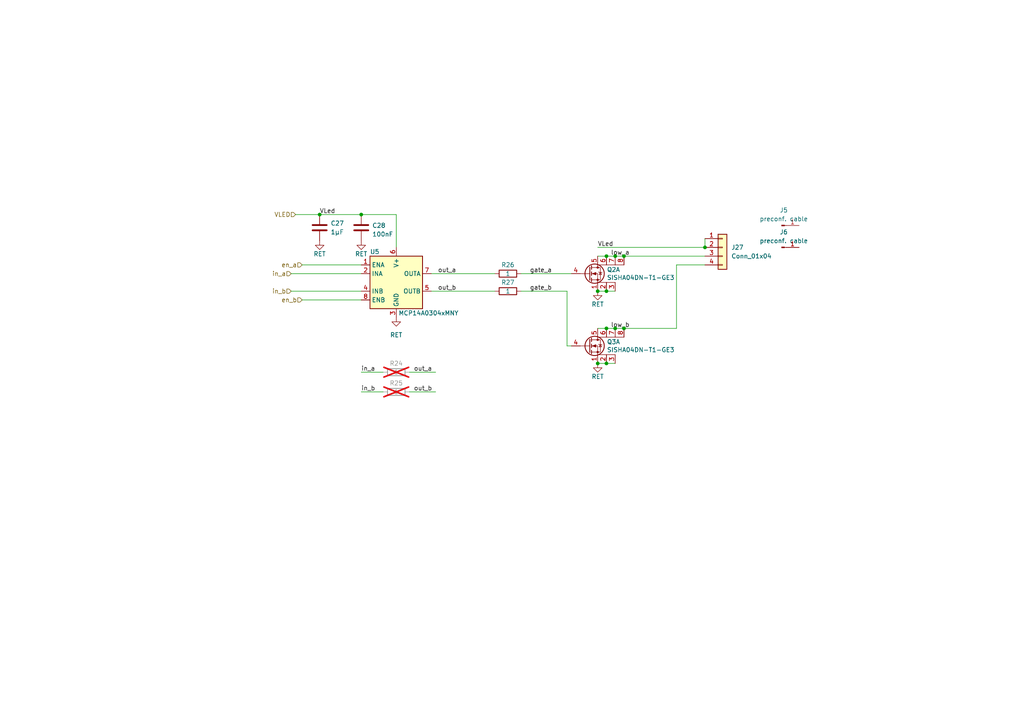
<source format=kicad_sch>
(kicad_sch (version 20230121) (generator eeschema)
  (paper "A4")
  (lib_symbols
    (symbol "Connector:Conn_01x01_Pin" (pin_names (offset 1.016) hide)
      (property "Reference" "J" (at 0 2.54 0))
      (property "Value" "Conn_01x01_Pin" (at 0 -2.54 0))
      (symbol "Conn_01x01_Pin_1_1"
        (polyline (pts (xy 1.27 0) (xy 0.8636 0)) (stroke (width 0.1524)))
        (rectangle (start 0.8636 0.127) (end 0 -0.127) (stroke (width 0.1524)) (fill (type outline)))
        (pin passive line (at 5.08 0 180) (length 3.81) (name "Pin_1") (number "1"))
      )
    )
    (symbol "Connector_Generic:Conn_01x04" (pin_names (offset 1.016) hide)
      (property "Reference" "J" (at 0 5.08 0))
      (property "Value" "Conn_01x04" (at 0 -7.62 0))
      (symbol "Conn_01x04_1_1"
        (rectangle (start -1.27 -4.953) (end 0 -5.207) (stroke (width 0.1524)))
        (rectangle (start -1.27 -2.413) (end 0 -2.667) (stroke (width 0.1524)))
        (rectangle (start -1.27 0.127) (end 0 -0.127) (stroke (width 0.1524)))
        (rectangle (start -1.27 2.667) (end 0 2.413) (stroke (width 0.1524)))
        (rectangle (start -1.27 3.81) (end 1.27 -6.35) (stroke (width 0.254)) (fill (type background)))
        (pin passive line (at -5.08 2.54 0) (length 3.81) (name "Pin_1") (number "1"))
        (pin passive line (at -5.08 0 0) (length 3.81) (name "Pin_2") (number "2"))
        (pin passive line (at -5.08 -2.54 0) (length 3.81) (name "Pin_3") (number "3"))
        (pin passive line (at -5.08 -5.08 0) (length 3.81) (name "Pin_4") (number "4"))
      )
    )
    (symbol "Device:C" (pin_numbers hide) (pin_names (offset 0.254))
      (property "Reference" "C" (at 0.635 2.54 0))
      (property "Value" "C" (at 0.635 -2.54 0))
      (symbol "C_0_1"
        (polyline (pts (xy -2.032 -0.762) (xy 2.032 -0.762)) (stroke (width 0.508)))
        (polyline (pts (xy -2.032 0.762) (xy 2.032 0.762)) (stroke (width 0.508)))
      )
      (symbol "C_1_1"
        (pin passive line (at 0 3.81 270) (length 2.794) (name "~") (number "1"))
        (pin passive line (at 0 -3.81 90) (length 2.794) (name "~") (number "2"))
      )
    )
    (symbol "Device:R" (pin_numbers hide) (pin_names (offset 0))
      (property "Reference" "R" (at 2.032 0 90))
      (property "Value" "R" (at 0 0 90))
      (symbol "R_0_1"
        (rectangle (start -1.016 -2.54) (end 1.016 2.54) (stroke (width 0.254)))
      )
      (symbol "R_1_1"
        (pin passive line (at 0 3.81 270) (length 1.27) (name "~") (number "1"))
        (pin passive line (at 0 -3.81 90) (length 1.27) (name "~") (number "2"))
      )
    )
    (symbol "Driver_FET:MCP14A0304xMNY"
      (property "Reference" "U" (at -7.62 8.89 0))
      (property "Value" "MCP14A0304xMNY" (at 1.27 8.89 0))
      (symbol "MCP14A0304xMNY_0_1"
        (rectangle (start -7.62 -7.62) (end 7.62 7.62) (stroke (width 0.254)) (fill (type background)))
      )
      (symbol "MCP14A0304xMNY_1_1"
        (pin input line (at -10.16 5.08 0) (length 2.54) (name "ENA") (number "1"))
        (pin input line (at -10.16 2.54 0) (length 2.54) (name "INA") (number "2"))
        (pin power_in line (at 0 -10.16 90) (length 2.54) (name "GND") (number "3"))
        (pin input line (at -10.16 -2.54 0) (length 2.54) (name "INB") (number "4"))
        (pin output line (at 10.16 -2.54 180) (length 2.54) (name "OUTB") (number "5"))
        (pin power_in line (at 0 10.16 270) (length 2.54) (name "V+") (number "6"))
        (pin output line (at 10.16 2.54 180) (length 2.54) (name "OUTA") (number "7"))
        (pin input line (at -10.16 -5.08 0) (length 2.54) (name "ENB") (number "8"))
        (pin passive line (at 0 -10.16 90) (length 2.54) hide (name "GND") (number "9"))
      )
    )
    (symbol "g7_power_symbols:RET" (power) (pin_names (offset 0))
      (property "Value" "RET" (at 0 -3.81 0))
      (symbol "RET_0_1"
        (polyline (pts (xy 0 0) (xy 0 -1.27) (xy 1.27 -1.27) (xy 0 -2.54) (xy -1.27 -1.27) (xy 0 -1.27)))
      )
      (symbol "RET_1_1"
        (pin power_in line (at 0 0 270) (length 0) hide (name "RET") (number "1"))
      )
    )
    (symbol "g7_transistor2:NMOS_8Pin" (pin_names (offset 0) hide)
      (property "Reference" "Q" (at 6.35 1.27 0))
      (property "Value" "NMOS_8Pin" (at 19.05 -1.27 0))
      (symbol "NMOS_8Pin_0_1"
        (polyline (pts (xy 0.254 0) (xy -2.54 0)))
        (polyline (pts (xy 0.254 1.905) (xy 0.254 -1.905)) (stroke (width 0.254)))
        (polyline (pts (xy 0.762 -1.27) (xy 0.762 -2.286)) (stroke (width 0.254)))
        (polyline (pts (xy 0.762 0.508) (xy 0.762 -0.508)) (stroke (width 0.254)))
        (polyline (pts (xy 0.762 2.286) (xy 0.762 1.27)) (stroke (width 0.254)))
        (polyline (pts (xy 2.54 2.54) (xy 2.54 1.778)))
        (polyline (pts (xy 7.62 -2.54) (xy 2.54 -2.54)))
        (polyline (pts (xy 10.16 2.54) (xy 2.54 2.54)))
        (polyline (pts (xy 2.54 -2.54) (xy 2.54 0) (xy 0.762 0)))
        (polyline (pts (xy 0.762 -1.778) (xy 3.302 -1.778) (xy 3.302 1.778) (xy 0.762 1.778)))
        (polyline (pts (xy 1.016 0) (xy 2.032 0.381) (xy 2.032 -0.381) (xy 1.016 0)) (fill (type outline)))
        (polyline (pts (xy 2.794 0.508) (xy 2.921 0.381) (xy 3.683 0.381) (xy 3.81 0.254)))
        (polyline (pts (xy 3.302 0.381) (xy 2.921 -0.254) (xy 3.683 -0.254) (xy 3.302 0.381)))
        (circle (center 1.651 0) (radius 2.794) (stroke (width 0.254)))
        (circle (center 2.54 -1.778) (radius 0.254) (fill (type outline)))
        (circle (center 2.54 1.778) (radius 0.254) (fill (type outline)))
      )
      (symbol "NMOS_8Pin_1_1"
        (pin passive line (at 2.54 -5.08 90) (length 2.54) (name "S") (number "1"))
        (pin passive line (at 5.08 -5.08 90) (length 2.54) (name "S") (number "2"))
        (pin passive line (at 7.62 -5.08 90) (length 2.54) (name "S") (number "3"))
        (pin input line (at -5.08 0 0) (length 2.54) (name "G") (number "4"))
        (pin passive line (at 2.54 5.08 270) (length 2.54) (name "D") (number "5"))
        (pin passive line (at 5.08 5.08 270) (length 2.54) (name "D") (number "6"))
        (pin passive line (at 7.62 5.08 270) (length 2.54) (name "D") (number "7"))
        (pin passive line (at 10.16 5.08 270) (length 2.54) (name "D") (number "8"))
      )
      (symbol "NMOS_8Pin_2_1"
        (pin passive line (at 2.54 -5.08 90) (length 2.54) (name "S") (number "2"))
        (pin input line (at -5.08 0 0) (length 2.54) (name "G") (number "3"))
        (pin passive line (at 2.54 5.08 270) (length 2.54) (name "D") (number "4"))
      )
    )
  )
  (junction (at 178.435 95.25))
  (junction (at 204.47 71.755))
  (junction (at 180.975 95.25))
  (junction (at 175.895 84.455))
  (junction (at 92.71 62.23))
  (junction (at 175.895 95.25))
  (junction (at 178.435 74.295))
  (junction (at 175.895 105.41))
  (junction (at 173.355 105.41))
  (junction (at 180.975 74.295))
  (junction (at 175.895 74.295))
  (junction (at 104.775 62.23))
  (junction (at 173.355 84.455))
  (wire (pts (xy 173.355 105.41) (xy 175.895 105.41)))
  (wire (pts (xy 87.63 86.995) (xy 104.775 86.995)))
  (wire (pts (xy 178.435 95.25) (xy 180.975 95.25)))
  (wire (pts (xy 114.935 62.23) (xy 114.935 71.755)))
  (wire (pts (xy 180.975 74.295) (xy 204.47 74.295)))
  (wire (pts (xy 104.775 113.665) (xy 111.125 113.665)))
  (wire (pts (xy 118.745 107.95) (xy 126.365 107.95)))
  (wire (pts (xy 118.745 113.665) (xy 126.365 113.665)))
  (wire (pts (xy 104.775 107.95) (xy 111.125 107.95)))
  (wire (pts (xy 84.455 79.375) (xy 104.775 79.375)))
  (wire (pts (xy 125.095 84.455) (xy 143.51 84.455)))
  (wire (pts (xy 87.63 76.835) (xy 104.775 76.835)))
  (wire (pts (xy 173.355 95.25) (xy 175.895 95.25)))
  (wire (pts (xy 104.775 62.23) (xy 114.935 62.23)))
  (wire (pts (xy 178.435 74.295) (xy 180.975 74.295)))
  (wire (pts (xy 175.895 95.25) (xy 178.435 95.25)))
  (wire (pts (xy 85.725 62.23) (xy 92.71 62.23)))
  (wire (pts (xy 175.895 84.455) (xy 178.435 84.455)))
  (wire (pts (xy 164.465 100.33) (xy 165.735 100.33)))
  (wire (pts (xy 84.455 84.455) (xy 104.775 84.455)))
  (wire (pts (xy 151.13 84.455) (xy 164.465 84.455)))
  (wire (pts (xy 92.71 62.23) (xy 104.775 62.23)))
  (wire (pts (xy 204.47 76.835) (xy 196.215 76.835)))
  (wire (pts (xy 175.895 74.295) (xy 178.435 74.295)))
  (wire (pts (xy 196.215 76.835) (xy 196.215 95.25)))
  (wire (pts (xy 204.47 71.755) (xy 204.47 69.215)))
  (wire (pts (xy 164.465 84.455) (xy 164.465 100.33)))
  (wire (pts (xy 173.355 74.295) (xy 175.895 74.295)))
  (wire (pts (xy 125.095 79.375) (xy 143.51 79.375)))
  (wire (pts (xy 175.895 105.41) (xy 178.435 105.41)))
  (wire (pts (xy 151.13 79.375) (xy 165.735 79.375)))
  (wire (pts (xy 180.975 95.25) (xy 196.215 95.25)))
  (wire (pts (xy 173.355 84.455) (xy 175.895 84.455)))
  (wire (pts (xy 173.355 71.755) (xy 204.47 71.755)))
  (label "gate_b" (at 153.67 84.455 0))
  (label "VLed" (at 92.71 62.23 0))
  (label "out_b" (at 127 84.455 0))
  (label "low_a" (at 177.165 74.295 0))
  (label "out_b" (at 120.015 113.665 0))
  (label "VLed" (at 173.355 71.755 0))
  (label "in_b" (at 104.775 113.665 0))
  (label "gate_a" (at 153.67 79.375 0))
  (label "low_b" (at 177.165 95.25 0))
  (label "out_a" (at 127 79.375 0))
  (label "out_a" (at 120.015 107.95 0))
  (label "in_a" (at 104.775 107.95 0))
  (hierarchical_label "en_b" (shape input) (at 87.63 86.995 180))
  (hierarchical_label "in_a" (shape input) (at 84.455 79.375 180))
  (hierarchical_label "en_a" (shape input) (at 87.63 76.835 180))
  (hierarchical_label "VLED" (shape input) (at 85.725 62.23 180))
  (hierarchical_label "in_b" (shape input) (at 84.455 84.455 180))
  (symbol (lib_id "Device:R") (at 114.935 107.95 90) (unit 1) (dnp yes)
    (property "Reference" "R24" (at 114.935 105.41 90))
    (property "Value" "1" (at 114.935 107.95 90))
    (property "Footprint" "Resistor_SMD:R_0603_1608Metric_Pad0.98x0.95mm_HandSolder" (effects hide))
    (instances (project "Waberinator_hw2" (path "" (reference "R24") (unit 1)) (path "" (reference "R32") (unit 1)) (path "" (reference "R28") (unit 1))))
  )
  (symbol (lib_id "Connector:Conn_01x01_Pin") (at 226.695 65.405 0) (unit 1) (on_board no)
    (property "Reference" "J5" (at 227.33 60.96 0))
    (property "Value" "preconf. cable" (at 227.33 63.5 0))
    (property "Datasheet" "https://mm.digikey.com/Volume0/opasdata/d220001/medias/common/5381/JST.Suffix.Prefix.chart.06.01.23.docx" (effects hide))
    (property "Digikey" "455-3241-ND" (effects hide))
    (instances (project "Waberinator_hw2" (path "" (reference "J5") (unit 1)) (path "" (reference "J9") (unit 1)) (path "" (reference "J13") (unit 1))))
  )
  (symbol (lib_id "g7_power_symbols:RET") (at 114.935 92.075 0) (unit 1)
    (property "Reference" "#PWR052" (effects hide))
    (property "Value" "RET" (at 114.935 97.155 0))
    (instances (project "Waberinator_hw2" (path "" (reference "#PWR052") (unit 1)) (path "" (reference "#PWR057") (unit 1)) (path "" (reference "#PWR062") (unit 1))))
  )
  (symbol (lib_id "Driver_FET:MCP14A0304xMNY") (at 114.935 81.915 0) (unit 1)
    (property "Reference" "U5" (at 107.315 73.025 0) (effects (justify left)))
    (property "Value" "MCP14A0304xMNY" (at 115.57 90.805 0) (effects (justify left)))
    (property "Footprint" "Package_SO:SOIC-8_3.9x4.9mm_P1.27mm" (effects hide))
    (property "Datasheet" "http://ww1.microchip.com/downloads/en/DeviceDoc/MCP14A0303_4_5-Data-Sheet-20006046A.pdf" (effects hide))
    (property "Digikey" "MCP14A0304T-E/SNCT-ND" (effects hide))
    (instances (project "Waberinator_hw2" (path "" (reference "U5") (unit 1)) (path "" (reference "U7") (unit 1)) (path "" (reference "U6") (unit 1))))
  )
  (symbol (lib_id "g7_power_symbols:RET") (at 173.355 84.455 0) (unit 1)
    (property "Reference" "#PWR053" (effects hide))
    (property "Value" "RET" (at 173.355 88.265 0))
    (instances (project "Waberinator_hw2" (path "" (reference "#PWR053") (unit 1)) (path "" (reference "#PWR058") (unit 1)) (path "" (reference "#PWR063") (unit 1))))
  )
  (symbol (lib_id "Connector:Conn_01x01_Pin") (at 226.695 71.755 0) (unit 1) (on_board no)
    (property "Reference" "J6" (at 227.33 67.31 0))
    (property "Value" "preconf. cable" (at 227.33 69.85 0))
    (property "Datasheet" "https://mm.digikey.com/Volume0/opasdata/d220001/medias/common/5381/JST.Suffix.Prefix.chart.06.01.23.docx" (effects hide))
    (property "Digikey" "455-3241-ND" (effects hide))
    (instances (project "Waberinator_hw2" (path "" (reference "J6") (unit 1)) (path "" (reference "J10") (unit 1)) (path "" (reference "J14") (unit 1))))
  )
  (symbol (lib_id "Device:R") (at 147.32 79.375 90) (unit 1)
    (property "Reference" "R26" (at 147.32 76.835 90))
    (property "Value" "1" (at 147.32 79.375 90))
    (property "Footprint" "Resistor_SMD:R_0603_1608Metric_Pad0.98x0.95mm_HandSolder" (effects hide))
    (instances (project "Waberinator_hw2" (path "" (reference "R26") (unit 1)) (path "" (reference "R34") (unit 1)) (path "" (reference "R30") (unit 1))))
  )
  (symbol (lib_id "g7_power_symbols:RET") (at 92.71 69.85 0) (unit 1)
    (property "Reference" "#PWR050" (effects hide))
    (property "Value" "RET" (at 92.71 73.66 0))
    (instances (project "Waberinator_hw2" (path "" (reference "#PWR050") (unit 1)) (path "" (reference "#PWR055") (unit 1)) (path "" (reference "#PWR060") (unit 1))))
  )
  (symbol (lib_id "Device:R") (at 114.935 113.665 90) (unit 1) (dnp yes)
    (property "Reference" "R25" (at 114.935 111.125 90))
    (property "Value" "1" (at 114.935 113.665 90))
    (property "Footprint" "Resistor_SMD:R_0603_1608Metric_Pad0.98x0.95mm_HandSolder" (effects hide))
    (instances (project "Waberinator_hw2" (path "" (reference "R25") (unit 1)) (path "" (reference "R33") (unit 1)) (path "" (reference "R29") (unit 1))))
  )
  (symbol (lib_id "Device:C") (at 104.775 66.04 0) (unit 1)
    (property "Reference" "C28" (at 107.95 65.405 0) (effects (justify left)))
    (property "Value" "100nF" (at 107.95 67.945 0) (effects (justify left)))
    (property "Footprint" "Capacitor_SMD:C_0603_1608Metric_Pad1.08x0.95mm_HandSolder" (effects hide))
    (instances (project "Waberinator_hw2" (path "" (reference "C28") (unit 1)) (path "" (reference "C32") (unit 1)) (path "" (reference "C30") (unit 1))))
  )
  (symbol (lib_id "g7_power_symbols:RET") (at 173.355 105.41 0) (unit 1)
    (property "Reference" "#PWR054" (effects hide))
    (property "Value" "RET" (at 173.355 109.22 0))
    (instances (project "Waberinator_hw2" (path "" (reference "#PWR054") (unit 1)) (path "" (reference "#PWR059") (unit 1)) (path "" (reference "#PWR064") (unit 1))))
  )
  (symbol (lib_id "Device:C") (at 92.71 66.04 0) (unit 1)
    (property "Reference" "C27" (at 95.885 64.77 0) (effects (justify left)))
    (property "Value" "1µF" (at 95.885 67.31 0) (effects (justify left)))
    (property "Footprint" "Capacitor_SMD:C_0603_1608Metric_Pad1.08x0.95mm_HandSolder" (effects hide))
    (instances (project "Waberinator_hw2" (path "" (reference "C27") (unit 1)) (path "" (reference "C31") (unit 1)) (path "" (reference "C29") (unit 1))))
  )
  (symbol (lib_id "g7_power_symbols:RET") (at 104.775 69.85 0) (unit 1)
    (property "Reference" "#PWR051" (effects hide))
    (property "Value" "RET" (at 104.775 73.66 0))
    (instances (project "Waberinator_hw2" (path "" (reference "#PWR051") (unit 1)) (path "" (reference "#PWR056") (unit 1)) (path "" (reference "#PWR061") (unit 1))))
  )
  (symbol (lib_id "Connector_Generic:Conn_01x04") (at 209.55 71.755 0) (unit 1)
    (property "Reference" "J27" (at 212.09 71.755 0) (effects (justify left)))
    (property "Value" "Conn_01x04" (at 212.09 74.295 0) (effects (justify left)))
    (property "Footprint" "Connector_JST:JST_PH_B4B-PH-K_1x04_P2.00mm_Vertical" (effects hide))
    (property "Digikey Part Number" "455-B4B-XH-A-ND" (effects hide))
    (instances (project "Waberinator_hw2" (path "" (reference "J27") (unit 1)) (path "" (reference "J28") (unit 1)) (path "" (reference "J29") (unit 1))))
  )
  (symbol (lib_id "g7_transistor2:NMOS_8Pin") (at 170.815 79.375 0) (unit 1)
    (property "Reference" "Q2" (at 176.022 78.2066 0) (effects (justify left)))
    (property "Value" "SISHA04DN-T1-GE3" (at 176.022 80.518 0) (effects (justify left)))
    (property "Footprint" "Package_TO_SOT_SMD:LFPAK33" (effects hide))
    (property "Digikey" "SISHA04DN-T1-GE3TR-ND" (effects hide))
    (instances (project "Waberinator_hw2" (path "" (reference "Q2") (unit 1)) (path "" (reference "Q6") (unit 1)) (path "" (reference "Q4") (unit 1))))
  )
  (symbol (lib_id "g7_transistor2:NMOS_8Pin") (at 170.815 100.33 0) (unit 1)
    (property "Reference" "Q3" (at 176.022 99.1616 0) (effects (justify left)))
    (property "Value" "SISHA04DN-T1-GE3" (at 176.022 101.473 0) (effects (justify left)))
    (property "Footprint" "Package_TO_SOT_SMD:LFPAK33" (effects hide))
    (property "Digikey" "SISHA04DN-T1-GE3TR-ND" (effects hide))
    (instances (project "Waberinator_hw2" (path "" (reference "Q3") (unit 1)) (path "" (reference "Q7") (unit 1)) (path "" (reference "Q5") (unit 1))))
  )
  (symbol (lib_id "Device:R") (at 147.32 84.455 90) (unit 1)
    (property "Reference" "R27" (at 147.32 81.915 90))
    (property "Value" "1" (at 147.32 84.455 90))
    (property "Footprint" "Resistor_SMD:R_0603_1608Metric_Pad0.98x0.95mm_HandSolder" (effects hide))
    (instances (project "Waberinator_hw2" (path "" (reference "R27") (unit 1)) (path "" (reference "R35") (unit 1)) (path "" (reference "R31") (unit 1))))
  )
)
</source>
